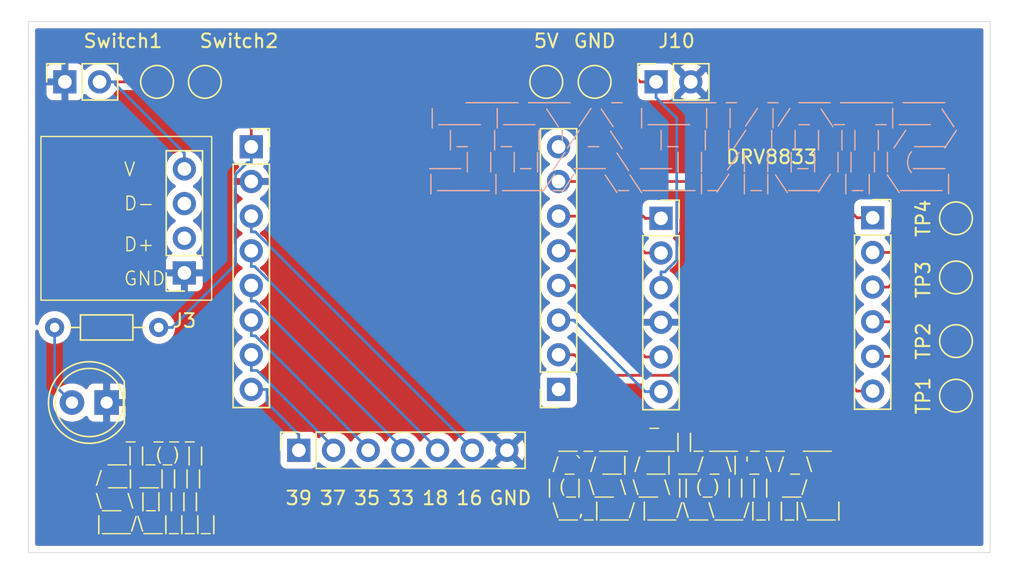
<source format=kicad_pcb>
(kicad_pcb (version 20241229) (generator "pcbnew") (generator_version "9.0")
  (layers (0 "F.Cu" signal) (2 "B.Cu" signal) (13 "F.Paste" user) (15 "B.Paste" user) (5 "F.SilkS" user "F.Silkscreen") (7 "B.SilkS" user "B.Silkscreen") (1 "F.Mask" user) (3 "B.Mask" user) (25 "Edge.Cuts" user))
  (net 0 "")
  (net 1 "Net-(D1-A)")
  (net 2 "Net-(J1-Pin_1)")
  (net 3 "Net-(J1-Pin_6)")
  (net 4 "Net-(J1-Pin_5)")
  (net 5 "Net-(J1-Pin_3)")
  (net 6 "Net-(J1-Pin_4)")
  (net 7 "Net-(J1-Pin_2)")
  (net 8 "Net-(J2-Pin_2)")
  (net 9 "Net-(J2-Pin_6)")
  (net 10 "Net-(J2-Pin_1)")
  (net 11 "Net-(J2-Pin_5)")
  (net 13 "Net-(J10-Pin_1)")
  (net 15 "Net-(J6-Pin_3)")
  (net 16 "Net-(J6-Pin_5)")
  (net 17 "Net-(J6-Pin_7)")
  (net 18 "Net-(J6-Pin_4)")
  (net 19 "Net-(J6-Pin_6)")
  (net 20 "Net-(J6-Pin_8)")
  (net 23 "/GND")
  (net 24 "/VBUS")
  (footprint "Connector_PinSocket_2.54mm:PinSocket_1x07_P2.54mm_Vertical" (layer "F.Cu") (at 80.38 66.5 90)
    (property "Reference" "J7" (hide yes))
    (property "Value" "Breakouts" (hide yes))
    (fp_line (start 1.33 -1.33) (end 1.33 0) (stroke (width 0.12)) (layer "F.SilkS"))
    (fp_line (start 0 -1.33) (end 1.33 -1.33) (stroke (width 0.12)) (layer "F.SilkS"))
    (fp_line (start 1.33 1.27) (end 1.33 16.57) (stroke (width 0.12)) (layer "F.SilkS"))
    (fp_line (start -1.33 1.27) (end 1.33 1.27) (stroke (width 0.12)) (layer "F.SilkS"))
    (fp_line (start -1.33 1.27) (end -1.33 16.57) (stroke (width 0.12)) (layer "F.SilkS"))
    (fp_line (start -1.33 16.57) (end 1.33 16.57) (stroke (width 0.12)) (layer "F.SilkS"))
    (pad "1" thru_hole rect (at 0 0 90) (size 1.7 1.7) (drill 1) (layers "*.Cu" "*.Mask") (net 20 "Net-(J6-Pin_8)"))
    (pad "2" thru_hole circle (at 0 2.54 90) (size 1.7 1.7) (drill 1) (layers "*.Cu" "*.Mask") (net 17 "Net-(J6-Pin_7)"))
    (pad "3" thru_hole circle (at 0 5.08 90) (size 1.7 1.7) (drill 1) (layers "*.Cu" "*.Mask") (net 19 "Net-(J6-Pin_6)"))
    (pad "4" thru_hole circle (at 0 7.62 90) (size 1.7 1.7) (drill 1) (layers "*.Cu" "*.Mask") (net 16 "Net-(J6-Pin_5)"))
    (pad "5" thru_hole circle (at 0 10.16 90) (size 1.7 1.7) (drill 1) (layers "*.Cu" "*.Mask") (net 18 "Net-(J6-Pin_4)"))
    (pad "6" thru_hole circle (at 0 12.7 90) (size 1.7 1.7) (drill 1) (layers "*.Cu" "*.Mask") (net 15 "Net-(J6-Pin_3)"))
    (pad "7" thru_hole circle (at 0 15.24 90) (size 1.7 1.7) (drill 1) (layers "*.Cu" "*.Mask") (net 23 "/GND"))
  )
  (footprint "TestPoint:TestPoint_Pad_D2.0mm" (layer "F.Cu") (at 70 39.5)
    (property "Reference" "TP7" (hide yes))
    (property "Value" "Switch1" (at -2.5 -3 0) (layer "F.SilkS"))
    (fp_circle (center 0 0) (end 0 1.2) (stroke (width 0.12)) (fill no) (layer "F.SilkS"))
    (pad "1" smd circle (at 0 0) (size 2 2) (layers "F.Cu" "F.Mask") (net 24 "/VBUS"))
  )
  (footprint "TestPoint:TestPoint_Pad_D2.0mm" (layer "F.Cu") (at 73.5 39.5)
    (property "Reference" "TP8" (hide yes))
    (property "Value" "Switch2" (at 2.5 -3 0) (layer "F.SilkS"))
    (fp_circle (center 0 0) (end 0 1.2) (stroke (width 0.12)) (fill no) (layer "F.SilkS"))
    (pad "1" smd circle (at 0 0) (size 2 2) (layers "F.Cu" "F.Mask") (net 13 "Net-(J10-Pin_1)"))
  )
  (footprint "TestPoint:TestPoint_Pad_D2.0mm" (layer "F.Cu") (at 128.5 53.8333)
    (property "Reference" "TP3" (at -2.39995 0.1667 90) (layer "F.SilkS"))
    (property "Value" "TP Motor3" (hide yes))
    (fp_circle (center 0 0) (end 0 1.2) (stroke (width 0.12)) (fill no) (layer "F.SilkS"))
    (pad "1" smd circle (at 0 0) (size 2 2) (layers "F.Cu" "F.Mask") (net 5 "Net-(J1-Pin_3)"))
  )
  (footprint "TestPoint:TestPoint_Pad_D2.0mm" (layer "F.Cu") (at 128.5 49.5)
    (property "Reference" "TP4" (at -2.39995 0 90) (layer "F.SilkS"))
    (property "Value" "TP Motor4" (hide yes))
    (fp_circle (center 0 0) (end 0 1.2) (stroke (width 0.12)) (fill no) (layer "F.SilkS"))
    (pad "1" smd circle (at 0 0) (size 2 2) (layers "F.Cu" "F.Mask") (net 7 "Net-(J1-Pin_2)"))
  )
  (footprint "Connector_PinSocket_2.54mm:PinSocket_1x08_P2.54mm_Vertical" (layer "F.Cu") (at 99.4 62.04 180)
    (property "Reference" "J8" (hide yes))
    (property "Value" "S2-Mini" (hide yes))
    (fp_line (start 1.33 1.27) (end 1.33 19.11) (stroke (width 0.12)) (layer "F.SilkS"))
    (fp_line (start 1.33 -1.33) (end 1.33 0) (stroke (width 0.12)) (layer "F.SilkS"))
    (fp_line (start 0 -1.33) (end 1.33 -1.33) (stroke (width 0.12)) (layer "F.SilkS"))
    (fp_line (start -1.33 19.11) (end 1.33 19.11) (stroke (width 0.12)) (layer "F.SilkS"))
    (fp_line (start -1.33 1.27) (end 1.33 1.27) (stroke (width 0.12)) (layer "F.SilkS"))
    (fp_line (start -1.33 1.27) (end -1.33 19.11) (stroke (width 0.12)) (layer "F.SilkS"))
    (pad "1" thru_hole rect (at 0 0 180) (size 1.7 1.7) (drill 1) (layers "*.Cu" "*.Mask"))
    (pad "2" thru_hole oval (at 0 2.54 180) (size 1.7 1.7) (drill 1) (layers "*.Cu" "*.Mask") (net 3 "Net-(J1-Pin_6)"))
    (pad "3" thru_hole oval (at 0 5.08 180) (size 1.7 1.7) (drill 1) (layers "*.Cu" "*.Mask") (net 9 "Net-(J2-Pin_6)"))
    (pad "4" thru_hole oval (at 0 7.62 180) (size 1.7 1.7) (drill 1) (layers "*.Cu" "*.Mask") (net 11 "Net-(J2-Pin_5)"))
    (pad "5" thru_hole oval (at 0 10.16 180) (size 1.7 1.7) (drill 1) (layers "*.Cu" "*.Mask") (net 8 "Net-(J2-Pin_2)"))
    (pad "6" thru_hole oval (at 0 12.7 180) (size 1.7 1.7) (drill 1) (layers "*.Cu" "*.Mask") (net 10 "Net-(J2-Pin_1)"))
    (pad "7" thru_hole oval (at 0 15.24 180) (size 1.7 1.7) (drill 1) (layers "*.Cu" "*.Mask") (net 2 "Net-(J1-Pin_1)"))
    (pad "8" thru_hole oval (at 0 17.78 180) (size 1.7 1.7) (drill 1) (layers "*.Cu" "*.Mask"))
  )
  (footprint "TestPoint:TestPoint_Pad_D2.0mm" (layer "F.Cu") (at 128.5 62.5)
    (property "Reference" "TP1" (at -2.39995 0 90) (layer "F.SilkS"))
    (property "Value" "TP Motor1" (hide yes))
    (fp_circle (center 0 0) (end 0 1.2) (stroke (width 0.12)) (fill no) (layer "F.SilkS"))
    (pad "1" smd circle (at 0 0) (size 2 2) (layers "F.Cu" "F.Mask") (net 4 "Net-(J1-Pin_5)"))
  )
  (footprint "Connector_PinSocket_2.54mm:PinSocket_1x02_P2.54mm_Vertical" (layer "F.Cu") (at 63.25 39.5 90)
    (property "Reference" "J9" (hide yes))
    (property "Value" "Conn_01x02_Socket EXT_5V & GND" (hide yes))
    (fp_line (start 1.33 -1.33) (end 1.33 0) (stroke (width 0.12)) (layer "F.SilkS"))
    (fp_line (start 0 -1.33) (end 1.33 -1.33) (stroke (width 0.12)) (layer "F.SilkS"))
    (fp_line (start 1.33 1.27) (end 1.33 3.87) (stroke (width 0.12)) (layer "F.SilkS"))
    (fp_line (start -1.33 1.27) (end 1.33 1.27) (stroke (width 0.12)) (layer "F.SilkS"))
    (fp_line (start -1.33 1.27) (end -1.33 3.87) (stroke (width 0.12)) (layer "F.SilkS"))
    (fp_line (start -1.33 3.87) (end 1.33 3.87) (stroke (width 0.12)) (layer "F.SilkS"))
    (pad "1" thru_hole rect (at 0 0 90) (size 1.7 1.7) (drill 1) (layers "*.Cu" "*.Mask") (net 23 "/GND"))
    (pad "2" thru_hole oval (at 0 2.54 90) (size 1.7 1.7) (drill 1) (layers "*.Cu" "*.Mask") (net 24 "/VBUS"))
  )
  (footprint "Connector_PinSocket_2.54mm:PinSocket_1x06_P2.54mm_Vertical" (layer "F.Cu") (at 106.9 49.5)
    (property "Reference" "J2" (hide yes))
    (property "Value" "DRV8833" (at 8.1 -4.5 0) (layer "F.SilkS"))
    (fp_line (start -1.33 1.27) (end -1.33 14.03) (stroke (width 0.12)) (layer "F.SilkS"))
    (fp_line (start -1.33 1.27) (end 1.33 1.27) (stroke (width 0.12)) (layer "F.SilkS"))
    (fp_line (start -1.33 14.03) (end 1.33 14.03) (stroke (width 0.12)) (layer "F.SilkS"))
    (fp_line (start 0 -1.33) (end 1.33 -1.33) (stroke (width 0.12)) (layer "F.SilkS"))
    (fp_line (start 1.33 -1.33) (end 1.33 0) (stroke (width 0.12)) (layer "F.SilkS"))
    (fp_line (start 1.33 1.27) (end 1.33 14.03) (stroke (width 0.12)) (layer "F.SilkS"))
    (pad "1" thru_hole rect (at 0 0) (size 1.7 1.7) (drill 1) (layers "*.Cu" "*.Mask") (net 10 "Net-(J2-Pin_1)"))
    (pad "2" thru_hole oval (at 0 2.54) (size 1.7 1.7) (drill 1) (layers "*.Cu" "*.Mask") (net 8 "Net-(J2-Pin_2)"))
    (pad "3" thru_hole oval (at 0 5.08) (size 1.7 1.7) (drill 1) (layers "*.Cu" "*.Mask") (net 13 "Net-(J10-Pin_1)"))
    (pad "4" thru_hole oval (at 0 7.62) (size 1.7 1.7) (drill 1) (layers "*.Cu" "*.Mask") (net 23 "/GND"))
    (pad "5" thru_hole oval (at 0 10.16) (size 1.7 1.7) (drill 1) (layers "*.Cu" "*.Mask") (net 11 "Net-(J2-Pin_5)"))
    (pad "6" thru_hole oval (at 0 12.7) (size 1.7 1.7) (drill 1) (layers "*.Cu" "*.Mask") (net 9 "Net-(J2-Pin_6)"))
  )
  (footprint "Connector_PinSocket_2.54mm:PinSocket_1x02_P2.54mm_Vertical" (layer "F.Cu") (at 106.54 39.5 90)
    (property "Reference" "J10" (at 3 1.5 180) (layer "F.SilkS"))
    (property "Value" "Conn_01x02_Socket 5V & GND CAMLINE" (hide yes))
    (fp_line (start 1.33 -1.33) (end 1.33 0) (stroke (width 0.12)) (layer "F.SilkS"))
    (fp_line (start 0 -1.33) (end 1.33 -1.33) (stroke (width 0.12)) (layer "F.SilkS"))
    (fp_line (start 1.33 1.27) (end 1.33 3.87) (stroke (width 0.12)) (layer "F.SilkS"))
    (fp_line (start -1.33 1.27) (end 1.33 1.27) (stroke (width 0.12)) (layer "F.SilkS"))
    (fp_line (start -1.33 1.27) (end -1.33 3.87) (stroke (width 0.12)) (layer "F.SilkS"))
    (fp_line (start -1.33 3.87) (end 1.33 3.87) (stroke (width 0.12)) (layer "F.SilkS"))
    (pad "1" thru_hole rect (at 0 0 90) (size 1.7 1.7) (drill 1) (layers "*.Cu" "*.Mask") (net 13 "Net-(J10-Pin_1)"))
    (pad "2" thru_hole circle (at 0 2.54 90) (size 1.7 1.7) (drill 1) (layers "*.Cu" "*.Mask") (net 23 "/GND"))
  )
  (footprint "TestPoint:TestPoint_Pad_D2.0mm" (layer "F.Cu") (at 128.5 58.5)
    (property "Reference" "TP2" (at -2.39995 0 90) (layer "F.SilkS"))
    (property "Value" "TP Motor2" (hide yes))
    (fp_circle (center 0 0) (end 0 1.2) (stroke (width 0.12)) (fill no) (layer "F.SilkS"))
    (pad "1" smd circle (at 0 0) (size 2 2) (layers "F.Cu" "F.Mask") (net 6 "Net-(J1-Pin_4)"))
  )
  (footprint "TestPoint:TestPoint_Pad_D2.0mm" (layer "F.Cu") (at 102.04 39.5)
    (property "Reference" "TP5" (hide yes))
    (property "Value" "TP Ground" (hide yes))
    (fp_circle (center 0 0) (end 0 1.2) (stroke (width 0.12)) (fill no) (layer "F.SilkS"))
    (fp_text user "GND" (at 0 -3 0) (layer "F.SilkS"))
    (pad "1" smd circle (at 0 0) (size 2 2) (layers "F.Cu" "F.Mask") (net 23 "/GND"))
  )
  (footprint "Connector_PinSocket_2.54mm:PinSocket_1x04_P2.54mm_Vertical" (layer "F.Cu") (at 72 53.5 180)
    (property "Reference" "J3" (at 0 -3.5 0) (layer "F.SilkS"))
    (property "Value" "Conn_01x04_Socket" (hide yes))
    (fp_line (start 1.33 1.27) (end 1.33 8.95) (stroke (width 0.12)) (layer "F.SilkS"))
    (fp_line (start 1.33 -1.33) (end 1.33 0) (stroke (width 0.12)) (layer "F.SilkS"))
    (fp_line (start 0 -1.33) (end 1.33 -1.33) (stroke (width 0.12)) (layer "F.SilkS"))
    (fp_line (start -1.33 8.95) (end 1.33 8.95) (stroke (width 0.12)) (layer "F.SilkS"))
    (fp_line (start -1.33 1.27) (end 1.33 1.27) (stroke (width 0.12)) (layer "F.SilkS"))
    (fp_line (start -1.33 1.27) (end -1.33 8.95) (stroke (width 0.12)) (layer "F.SilkS"))
    (pad "1" thru_hole rect (at 0 0 180) (size 1.7 1.7) (drill 1) (layers "*.Cu" "*.Mask") (net 23 "/GND"))
    (pad "2" thru_hole oval (at 0 2.54 180) (size 1.7 1.7) (drill 1) (layers "*.Cu" "*.Mask"))
    (pad "3" thru_hole oval (at 0 5.08 180) (size 1.7 1.7) (drill 1) (layers "*.Cu" "*.Mask"))
    (pad "4" thru_hole oval (at 0 7.62 180) (size 1.7 1.7) (drill 1) (layers "*.Cu" "*.Mask") (net 24 "/VBUS"))
  )
  (footprint "Connector_PinSocket_2.54mm:PinSocket_1x08_P2.54mm_Vertical" (layer "F.Cu") (at 76.9 44.26)
    (property "Reference" "J6" (hide yes))
    (property "Value" "S2-Mini" (hide yes))
    (fp_line (start -1.33 1.27) (end -1.33 19.11) (stroke (width 0.12)) (layer "F.SilkS"))
    (fp_line (start -1.33 1.27) (end 1.33 1.27) (stroke (width 0.12)) (layer "F.SilkS"))
    (fp_line (start -1.33 19.11) (end 1.33 19.11) (stroke (width 0.12)) (layer "F.SilkS"))
    (fp_line (start 0 -1.33) (end 1.33 -1.33) (stroke (width 0.12)) (layer "F.SilkS"))
    (fp_line (start 1.33 -1.33) (end 1.33 0) (stroke (width 0.12)) (layer "F.SilkS"))
    (fp_line (start 1.33 1.27) (end 1.33 19.11) (stroke (width 0.12)) (layer "F.SilkS"))
    (pad "1" thru_hole rect (at 0 0) (size 1.7 1.7) (drill 1) (layers "*.Cu" "*.Mask") (net 13 "Net-(J10-Pin_1)"))
    (pad "2" thru_hole oval (at 0 2.54) (size 1.7 1.7) (drill 1) (layers "*.Cu" "*.Mask") (net 23 "/GND"))
    (pad "3" thru_hole oval (at 0 5.08) (size 1.7 1.7) (drill 1) (layers "*.Cu" "*.Mask") (net 15 "Net-(J6-Pin_3)"))
    (pad "4" thru_hole oval (at 0 7.62) (size 1.7 1.7) (drill 1) (layers "*.Cu" "*.Mask") (net 18 "Net-(J6-Pin_4)"))
    (pad "5" thru_hole oval (at 0 10.16) (size 1.7 1.7) (drill 1) (layers "*.Cu" "*.Mask") (net 16 "Net-(J6-Pin_5)"))
    (pad "6" thru_hole oval (at 0 12.7) (size 1.7 1.7) (drill 1) (layers "*.Cu" "*.Mask") (net 19 "Net-(J6-Pin_6)"))
    (pad "7" thru_hole oval (at 0 15.24) (size 1.7 1.7) (drill 1) (layers "*.Cu" "*.Mask") (net 17 "Net-(J6-Pin_7)"))
    (pad "8" thru_hole oval (at 0 17.78) (size 1.7 1.7) (drill 1) (layers "*.Cu" "*.Mask") (net 20 "Net-(J6-Pin_8)"))
  )
  (footprint "TestPoint:TestPoint_Pad_D2.0mm" (layer "F.Cu") (at 98.5 39.5)
    (property "Reference" "TP6" (hide yes))
    (property "Value" "TP VBUS" (hide yes))
    (fp_circle (center 0 0) (end 0 1.2) (stroke (width 0.12)) (fill no) (layer "F.SilkS"))
    (fp_text user "5V" (at 0 -3 0) (layer "F.SilkS"))
    (pad "1" smd circle (at 0 0) (size 2 2) (layers "F.Cu" "F.Mask") (net 13 "Net-(J10-Pin_1)"))
  )
  (footprint "Connector_PinSocket_2.54mm:PinSocket_1x06_P2.54mm_Vertical" (layer "F.Cu") (at 122.4 49.46)
    (property "Reference" "J1" (hide yes))
    (property "Value" "~")
    (fp_line (start -1.33 1.27) (end -1.33 14.03) (stroke (width 0.12)) (layer "F.SilkS"))
    (fp_line (start -1.33 1.27) (end 1.33 1.27) (stroke (width 0.12)) (layer "F.SilkS"))
    (fp_line (start -1.33 14.03) (end 1.33 14.03) (stroke (width 0.12)) (layer "F.SilkS"))
    (fp_line (start 0 -1.33) (end 1.33 -1.33) (stroke (width 0.12)) (layer "F.SilkS"))
    (fp_line (start 1.33 -1.33) (end 1.33 0) (stroke (width 0.12)) (layer "F.SilkS"))
    (fp_line (start 1.33 1.27) (end 1.33 14.03) (stroke (width 0.12)) (layer "F.SilkS"))
    (pad "1" thru_hole rect (at 0 0) (size 1.7 1.7) (drill 1) (layers "*.Cu" "*.Mask") (net 2 "Net-(J1-Pin_1)"))
    (pad "2" thru_hole oval (at 0 2.54) (size 1.7 1.7) (drill 1) (layers "*.Cu" "*.Mask") (net 7 "Net-(J1-Pin_2)"))
    (pad "3" thru_hole oval (at 0 5.08) (size 1.7 1.7) (drill 1) (layers "*.Cu" "*.Mask") (net 5 "Net-(J1-Pin_3)"))
    (pad "4" thru_hole oval (at 0 7.62) (size 1.7 1.7) (drill 1) (layers "*.Cu" "*.Mask") (net 6 "Net-(J1-Pin_4)"))
    (pad "5" thru_hole oval (at 0 10.16) (size 1.7 1.7) (drill 1) (layers "*.Cu" "*.Mask") (net 4 "Net-(J1-Pin_5)"))
    (pad "6" thru_hole oval (at 0 12.7) (size 1.7 1.7) (drill 1) (layers "*.Cu" "*.Mask") (net 3 "Net-(J1-Pin_6)"))
  )
  (footprint "Resistor_THT:R_Axial_DIN0204_L3.6mm_D1.6mm_P7.62mm_Horizontal" (layer "F.Cu") (at 62.5 57.5)
    (property "Reference" "R2" (hide yes))
    (property "Value" "R" (hide yes))
    (fp_line (start 0.94 0) (end 1.89 0) (stroke (width 0.12)) (layer "F.SilkS"))
    (fp_line (start 1.89 -0.92) (end 1.89 0.92) (stroke (width 0.12)) (layer "F.SilkS"))
    (fp_line (start 1.89 0.92) (end 5.73 0.92) (stroke (width 0.12)) (layer "F.SilkS"))
    (fp_line (start 5.73 -0.92) (end 1.89 -0.92) (stroke (width 0.12)) (layer "F.SilkS"))
    (fp_line (start 5.73 0.92) (end 5.73 -0.92) (stroke (width 0.12)) (layer "F.SilkS"))
    (fp_line (start 6.68 0) (end 5.73 0) (stroke (width 0.12)) (layer "F.SilkS"))
    (pad "1" thru_hole circle (at 0 0) (size 1.4 1.4) (drill 0.7) (layers "*.Cu" "*.Mask") (net 1 "Net-(D1-A)"))
    (pad "2" thru_hole oval (at 7.62 0) (size 1.4 1.4) (drill 0.7) (layers "*.Cu" "*.Mask") (net 13 "Net-(J10-Pin_1)"))
  )
  (footprint "LED_THT:LED_D5.0mm" (layer "F.Cu") (at 66.31 63 180)
    (property "Reference" "D1" (hide yes))
    (property "Value" "LED" (hide yes))
    (fp_line (start -1.29 -1.545) (end -1.29 1.545) (stroke (width 0.12)) (layer "F.SilkS"))
    (fp_arc (start 4.26 0.000048) (mid 2.071756 2.880501) (end -1.29 1.54483) (stroke (width 0.12)) (layer "F.SilkS"))
    (fp_arc (start -1.29 -1.54483) (mid 2.071756 -2.880501) (end 4.26 -0.000048) (stroke (width 0.12)) (layer "F.SilkS"))
    (fp_circle (center 1.27 0) (end 3.77 0) (stroke (width 0.12)) (fill no) (layer "F.SilkS"))
    (pad "1" thru_hole rect (at 0 0 180) (size 1.8 1.8) (drill 0.9) (layers "*.Cu" "*.Mask") (net 23 "/GND"))
    (pad "2" thru_hole circle (at 2.54 0 180) (size 1.8 1.8) (drill 0.9) (layers "*.Cu" "*.Mask") (net 1 "Net-(D1-A)"))
  )
  (gr_rect (start 61.5 43.5) (end 74 55.5) (stroke (width 0.1)) (fill no) (layer "F.SilkS"))
  (gr_rect (start 60.58 35.08) (end 131 74) (stroke (width 0.05)) (fill no) (layer "Edge.Cuts"))
  (gr_text "39" (at 80.38 70 0) (layer "F.SilkS") (effects (font (size 1 1))))
  (gr_text "                 _                        \n  __ _ ___   ___| |_ ___  _ __   ___ \n / _` / __| / __| __/ _ \\| '_ \\ / _ \\\n| (_| \\__ \\ \\__ \\ || (_) | | | |  __/\n \\__,_|___/ |___/\\__\\___/|_| |_|\\___|" (at 98.5 71.5 0) (layer "F.SilkS") (effects (font (size 1 1) (thickness 0.1)) (justify left bottom)))
  (gr_text "35" (at 85.38 70 0) (layer "F.SilkS") (effects (font (size 1 1))))
  (gr_text "D+" (at 67.5 52 0) (layer "F.SilkS") (effects (font (size 1 1) (thickness 0.1)) (justify left bottom)))
  (gr_text "V" (at 67.5 46.5 0) (layer "F.SilkS") (effects (font (size 1 1) (thickness 0.1)) (justify left bottom)))
  (gr_text "GND" (at 95.88 70 0) (layer "F.SilkS") (effects (font (size 1 1))))
  (gr_text "18" (at 90.38 70 0) (layer "F.SilkS") (effects (font (size 1 1))))
  (gr_text "16" (at 92.88 70 0) (layer "F.SilkS") (effects (font (size 1 1))))
  (gr_text "37" (at 82.88 70 0) (layer "F.SilkS") (effects (font (size 1 1))))
  (gr_text "D-" (at 67.5 49 0) (layer "F.SilkS") (effects (font (size 1 1) (thickness 0.1)) (justify left bottom)))
  (gr_text "33" (at 87.88 70 0) (layer "F.SilkS") (effects (font (size 1 1))))
  (gr_text "GND" (at 67.5 54.5 0) (layer "F.SilkS") (effects (font (size 1 1) (thickness 0.1)) (justify left bottom)))
  (gr_text "     _   _ _ _ \n  __| |_(_) | |\n/ __| __| | | |\n\\__ \\ |_| | | |\n|___/\\__|_|_|_|" (at 65.5 72.5 0) (layer "F.SilkS") (effects (font (size 1 1) (thickness 0.1)) (justify left bottom)))
  (gr_text " ____ _____ ___  _   _ _____    _    ____ _____ \n/ ___|_   _/ _ \\| \\ | | ____|  / \\  / ___| ____|\n\\___ \\ | || | | |  \\| |  _|   / _ \\| |  _|  _|  \n ___) || || |_| | |\\  | |___ / ___ \\ |_| | |___ \n|____/ |_| \\___/|_| \\_|_____/_/   \\_\\____|_____|" (at 128.5 47.5 0) (layer "B.SilkS") (effects (font (size 1 1) (thickness 0.1)) (justify left bottom mirror)))
  (segment (start 62.5 61.73) (end 62.5 57.5) (width 0.2) (layer "B.Cu") (net 1))
  (segment (start 63.77 63) (end 62.5 61.73) (width 0.2) (layer "B.Cu") (net 1))
  (segment (start 121.2483 49.46) (end 118.5883 46.8) (width 0.2) (layer "F.Cu") (net 2))
  (segment (start 122.4 49.46) (end 121.2483 49.46) (width 0.2) (layer "F.Cu") (net 2))
  (segment (start 118.5883 46.8) (end 99.4 46.8) (width 0.2) (layer "F.Cu") (net 2))
  (segment (start 102.06 61.0083) (end 100.5517 59.5) (width 0.2) (layer "F.Cu") (net 3))
  (segment (start 99.4 59.5) (end 100.5517 59.5) (width 0.2) (layer "F.Cu") (net 3))
  (segment (start 122.4 62.16) (end 121.2483 62.16) (width 0.2) (layer "F.Cu") (net 3))
  (segment (start 120.0966 61.0083) (end 102.06 61.0083) (width 0.2) (layer "F.Cu") (net 3))
  (segment (start 121.2483 62.16) (end 120.0966 61.0083) (width 0.2) (layer "F.Cu") (net 3))
  (segment (start 125.62 59.62) (end 128.5 62.5) (width 0.2) (layer "F.Cu") (net 4))
  (segment (start 122.4 59.62) (end 125.62 59.62) (width 0.2) (layer "F.Cu") (net 4))
  (segment (start 124.2584 53.8333) (end 123.5517 54.54) (width 0.2) (layer "F.Cu") (net 5))
  (segment (start 128.5 53.8333) (end 124.2584 53.8333) (width 0.2) (layer "F.Cu") (net 5))
  (segment (start 122.4 54.54) (end 123.5517 54.54) (width 0.2) (layer "F.Cu") (net 5))
  (segment (start 127.08 57.08) (end 128.5 58.5) (width 0.2) (layer "F.Cu") (net 6))
  (segment (start 122.4 57.08) (end 127.08 57.08) (width 0.2) (layer "F.Cu") (net 6))
  (segment (start 122.4 52) (end 126 52) (width 0.2) (layer "F.Cu") (net 7))
  (segment (start 126 52) (end 128.5 49.5) (width 0.2) (layer "F.Cu") (net 7))
  (segment (start 99.4 51.88) (end 105.5883 51.88) (width 0.2) (layer "F.Cu") (net 8))
  (segment (start 105.5883 51.88) (end 105.7483 52.04) (width 0.2) (layer "F.Cu") (net 8))
  (segment (start 106.9 52.04) (end 105.7483 52.04) (width 0.2) (layer "F.Cu") (net 8))
  (segment (start 105.7483 62.2) (end 100.5517 57.0034) (width 0.2) (layer "B.Cu") (net 9))
  (segment (start 99.4 56.96) (end 100.5517 56.96) (width 0.2) (layer "B.Cu") (net 9))
  (segment (start 100.5517 57.0034) (end 100.5517 56.96) (width 0.2) (layer "B.Cu") (net 9))
  (segment (start 106.9 62.2) (end 105.7483 62.2) (width 0.2) (layer "B.Cu") (net 9))
  (segment (start 105.5883 49.34) (end 105.7483 49.5) (width 0.2) (layer "F.Cu") (net 10))
  (segment (start 106.9 49.5) (end 105.7483 49.5) (width 0.2) (layer "F.Cu") (net 10))
  (segment (start 99.4 49.34) (end 105.5883 49.34) (width 0.2) (layer "F.Cu") (net 10))
  (segment (start 99.4 54.42) (end 100.5517 54.42) (width 0.2) (layer "F.Cu") (net 11))
  (segment (start 100.5517 54.4634) (end 100.5517 54.42) (width 0.2) (layer "F.Cu") (net 11))
  (segment (start 106.9 59.66) (end 105.7483 59.66) (width 0.2) (layer "F.Cu") (net 11))
  (segment (start 105.7483 59.66) (end 100.5517 54.4634) (width 0.2) (layer "F.Cu") (net 11))
  (segment (start 104.0584 38.1701) (end 99.8299 38.1701) (width 0.2) (layer "F.Cu") (net 13))
  (segment (start 73.5 39.5) (end 76.9 42.9) (width 0.2) (layer "F.Cu") (net 13))
  (segment (start 76.9 42.9) (end 76.9 44.26) (width 0.2) (layer "F.Cu") (net 13))
  (segment (start 105.3883 39.5) (end 104.0584 38.1701) (width 0.2) (layer "F.Cu") (net 13))
  (segment (start 106.54 39.5) (end 105.3883 39.5) (width 0.2) (layer "F.Cu") (net 13))
  (segment (start 99.8299 38.1701) (end 98.5 39.5) (width 0.2) (layer "F.Cu") (net 13))
  (segment (start 73.5 39.5) (end 98.5 39.5) (width 0.2) (layer "F.Cu") (net 13))
  (segment (start 107.188 53.4283) (end 108.0517 52.5646) (width 0.2) (layer "B.Cu") (net 13))
  (segment (start 70.12 57.5) (end 71.1217 57.5) (width 0.2) (layer "B.Cu") (net 13))
  (segment (start 106.9 54.58) (end 106.9 53.4283) (width 0.2) (layer "B.Cu") (net 13))
  (segment (start 108.0517 52.5646) (end 108.0517 42.1634) (width 0.2) (layer "B.Cu") (net 13))
  (segment (start 106.9 53.4283) (end 107.188 53.4283) (width 0.2) (layer "B.Cu") (net 13))
  (segment (start 76.9 44.26) (end 76.9 45.4117) (width 0.2) (layer "B.Cu") (net 13))
  (segment (start 75.7483 52.8734) (end 75.7483 46.2754) (width 0.2) (layer "B.Cu") (net 13))
  (segment (start 71.1217 57.5) (end 75.7483 52.8734) (width 0.2) (layer "B.Cu") (net 13))
  (segment (start 76.612 45.4117) (end 76.9 45.4117) (width 0.2) (layer "B.Cu") (net 13))
  (segment (start 106.54 39.5) (end 106.54 40.6517) (width 0.2) (layer "B.Cu") (net 13))
  (segment (start 108.0517 42.1634) (end 106.54 40.6517) (width 0.2) (layer "B.Cu") (net 13))
  (segment (start 75.7483 46.2754) (end 76.612 45.4117) (width 0.2) (layer "B.Cu") (net 13))
  (segment (start 93.08 66.3775) (end 93.08 66.5) (width 0.2) (layer "B.Cu") (net 15))
  (segment (start 76.9 49.34) (end 76.9 50.4917) (width 0.2) (layer "B.Cu") (net 15))
  (segment (start 76.9 50.4917) (end 77.1942 50.4917) (width 0.2) (layer "B.Cu") (net 15))
  (segment (start 77.1942 50.4917) (end 93.08 66.3775) (width 0.2) (layer "B.Cu") (net 15))
  (segment (start 77.1942 55.5717) (end 88 66.3775) (width 0.2) (layer "B.Cu") (net 16))
  (segment (start 76.9 55.5717) (end 77.1942 55.5717) (width 0.2) (layer "B.Cu") (net 16))
  (segment (start 88 66.3775) (end 88 66.5) (width 0.2) (layer "B.Cu") (net 16))
  (segment (start 76.9 54.42) (end 76.9 55.5717) (width 0.2) (layer "B.Cu") (net 16))
  (segment (start 76.9 60.6517) (end 77.3167 60.6517) (width 0.2) (layer "B.Cu") (net 17))
  (segment (start 76.9 59.5) (end 76.9 60.6517) (width 0.2) (layer "B.Cu") (net 17))
  (segment (start 82.92 66.255) (end 82.92 66.5) (width 0.2) (layer "B.Cu") (net 17))
  (segment (start 77.3167 60.6517) (end 82.92 66.255) (width 0.2) (layer "B.Cu") (net 17))
  (segment (start 77.1481 53.0317) (end 76.9 53.0317) (width 0.2) (layer "B.Cu") (net 18))
  (segment (start 90.54 66.5) (end 90.54 66.4236) (width 0.2) (layer "B.Cu") (net 18))
  (segment (start 76.9 51.88) (end 76.9 53.0317) (width 0.2) (layer "B.Cu") (net 18))
  (segment (start 90.54 66.4236) (end 77.1481 53.0317) (width 0.2) (layer "B.Cu") (net 18))
  (segment (start 85.46 66.3775) (end 85.46 66.5) (width 0.2) (layer "B.Cu") (net 19))
  (segment (start 76.9 58.1117) (end 77.1942 58.1117) (width 0.2) (layer "B.Cu") (net 19))
  (segment (start 77.1942 58.1117) (end 85.46 66.3775) (width 0.2) (layer "B.Cu") (net 19))
  (segment (start 76.9 56.96) (end 76.9 58.1117) (width 0.2) (layer "B.Cu") (net 19))
  (segment (start 80.38 65.3483) (end 78.0517 63.02) (width 0.2) (layer "B.Cu") (net 20))
  (segment (start 76.9 62.04) (end 78.0517 62.04) (width 0.2) (layer "B.Cu") (net 20))
  (segment (start 80.38 66.5) (end 80.38 65.3483) (width 0.2) (layer "B.Cu") (net 20))
  (segment (start 78.0517 63.02) (end 78.0517 62.04) (width 0.2) (layer "B.Cu") (net 20))
  (segment (start 70 39.5) (end 65.79 39.5) (width 0.2) (layer "F.Cu") (net 24))
  (segment (start 66.9417 39.67) (end 66.9417 39.5) (width 0.2) (layer "B.Cu") (net 24))
  (segment (start 72 45.88) (end 72 44.7283) (width 0.2) (layer "B.Cu") (net 24))
  (segment (start 72 44.7283) (end 66.9417 39.67) (width 0.2) (layer "B.Cu") (net 24))
  (segment (start 65.79 39.5) (end 66.9417 39.5) (width 0.2) (layer "B.Cu") (net 24))
  (zone (net 23) (net_name "/GND") (layers "F.Cu" "B.Cu") (connect_pads (clearance 0.5)) (min_thickness 0.25) (fill yes (thermal_gap 0.5) (thermal_bridge_width 0.5))
    (polygon (pts (xy 133.5 33.5) (xy 133.5 75.5) (xy 58.5 75.5) (xy 59 33.5)))
  )
)
</source>
